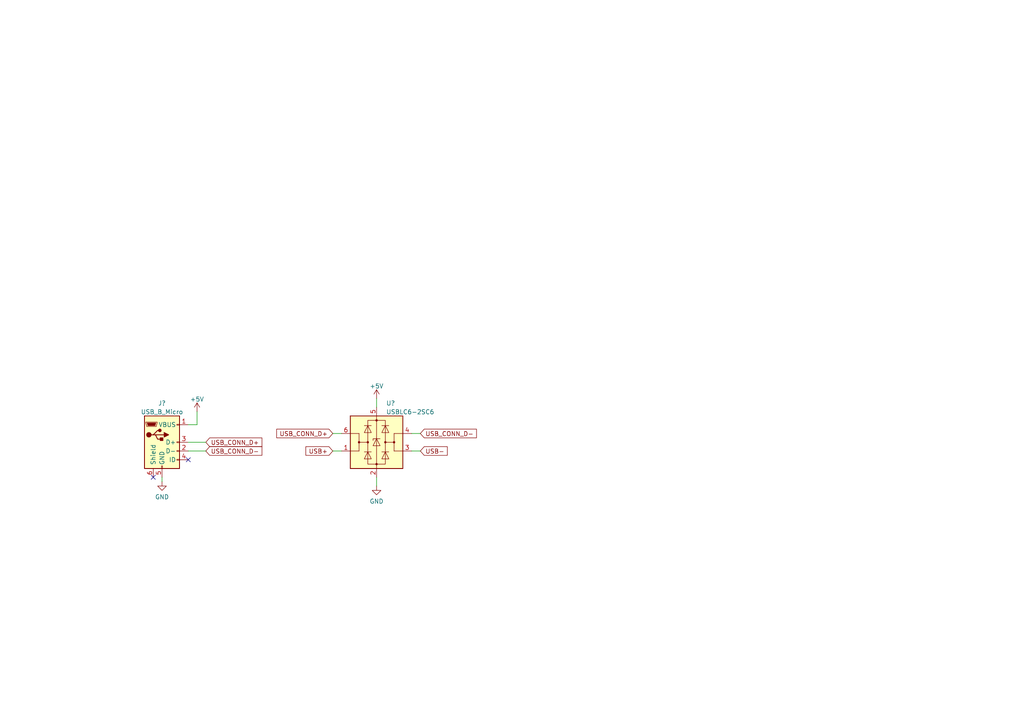
<source format=kicad_sch>
(kicad_sch (version 20211123) (generator eeschema)

  (uuid 23901905-b7f0-411c-a7e1-38337366b148)

  (paper "A4")

  (lib_symbols
    (symbol "Connector:USB_B_Micro" (pin_names (offset 1.016)) (in_bom yes) (on_board yes)
      (property "Reference" "J" (id 0) (at -5.08 11.43 0)
        (effects (font (size 1.27 1.27)) (justify left))
      )
      (property "Value" "USB_B_Micro" (id 1) (at -5.08 8.89 0)
        (effects (font (size 1.27 1.27)) (justify left))
      )
      (property "Footprint" "" (id 2) (at 3.81 -1.27 0)
        (effects (font (size 1.27 1.27)) hide)
      )
      (property "Datasheet" "~" (id 3) (at 3.81 -1.27 0)
        (effects (font (size 1.27 1.27)) hide)
      )
      (property "ki_keywords" "connector USB micro" (id 4) (at 0 0 0)
        (effects (font (size 1.27 1.27)) hide)
      )
      (property "ki_description" "USB Micro Type B connector" (id 5) (at 0 0 0)
        (effects (font (size 1.27 1.27)) hide)
      )
      (property "ki_fp_filters" "USB*" (id 6) (at 0 0 0)
        (effects (font (size 1.27 1.27)) hide)
      )
      (symbol "USB_B_Micro_0_1"
        (rectangle (start -5.08 -7.62) (end 5.08 7.62)
          (stroke (width 0.254) (type default) (color 0 0 0 0))
          (fill (type background))
        )
        (circle (center -3.81 2.159) (radius 0.635)
          (stroke (width 0.254) (type default) (color 0 0 0 0))
          (fill (type outline))
        )
        (circle (center -0.635 3.429) (radius 0.381)
          (stroke (width 0.254) (type default) (color 0 0 0 0))
          (fill (type outline))
        )
        (rectangle (start -0.127 -7.62) (end 0.127 -6.858)
          (stroke (width 0) (type default) (color 0 0 0 0))
          (fill (type none))
        )
        (polyline
          (pts
            (xy -1.905 2.159)
            (xy 0.635 2.159)
          )
          (stroke (width 0.254) (type default) (color 0 0 0 0))
          (fill (type none))
        )
        (polyline
          (pts
            (xy -3.175 2.159)
            (xy -2.54 2.159)
            (xy -1.27 3.429)
            (xy -0.635 3.429)
          )
          (stroke (width 0.254) (type default) (color 0 0 0 0))
          (fill (type none))
        )
        (polyline
          (pts
            (xy -2.54 2.159)
            (xy -1.905 2.159)
            (xy -1.27 0.889)
            (xy 0 0.889)
          )
          (stroke (width 0.254) (type default) (color 0 0 0 0))
          (fill (type none))
        )
        (polyline
          (pts
            (xy 0.635 2.794)
            (xy 0.635 1.524)
            (xy 1.905 2.159)
            (xy 0.635 2.794)
          )
          (stroke (width 0.254) (type default) (color 0 0 0 0))
          (fill (type outline))
        )
        (polyline
          (pts
            (xy -4.318 5.588)
            (xy -1.778 5.588)
            (xy -2.032 4.826)
            (xy -4.064 4.826)
            (xy -4.318 5.588)
          )
          (stroke (width 0) (type default) (color 0 0 0 0))
          (fill (type outline))
        )
        (polyline
          (pts
            (xy -4.699 5.842)
            (xy -4.699 5.588)
            (xy -4.445 4.826)
            (xy -4.445 4.572)
            (xy -1.651 4.572)
            (xy -1.651 4.826)
            (xy -1.397 5.588)
            (xy -1.397 5.842)
            (xy -4.699 5.842)
          )
          (stroke (width 0) (type default) (color 0 0 0 0))
          (fill (type none))
        )
        (rectangle (start 0.254 1.27) (end -0.508 0.508)
          (stroke (width 0.254) (type default) (color 0 0 0 0))
          (fill (type outline))
        )
        (rectangle (start 5.08 -5.207) (end 4.318 -4.953)
          (stroke (width 0) (type default) (color 0 0 0 0))
          (fill (type none))
        )
        (rectangle (start 5.08 -2.667) (end 4.318 -2.413)
          (stroke (width 0) (type default) (color 0 0 0 0))
          (fill (type none))
        )
        (rectangle (start 5.08 -0.127) (end 4.318 0.127)
          (stroke (width 0) (type default) (color 0 0 0 0))
          (fill (type none))
        )
        (rectangle (start 5.08 4.953) (end 4.318 5.207)
          (stroke (width 0) (type default) (color 0 0 0 0))
          (fill (type none))
        )
      )
      (symbol "USB_B_Micro_1_1"
        (pin power_out line (at 7.62 5.08 180) (length 2.54)
          (name "VBUS" (effects (font (size 1.27 1.27))))
          (number "1" (effects (font (size 1.27 1.27))))
        )
        (pin bidirectional line (at 7.62 -2.54 180) (length 2.54)
          (name "D-" (effects (font (size 1.27 1.27))))
          (number "2" (effects (font (size 1.27 1.27))))
        )
        (pin bidirectional line (at 7.62 0 180) (length 2.54)
          (name "D+" (effects (font (size 1.27 1.27))))
          (number "3" (effects (font (size 1.27 1.27))))
        )
        (pin passive line (at 7.62 -5.08 180) (length 2.54)
          (name "ID" (effects (font (size 1.27 1.27))))
          (number "4" (effects (font (size 1.27 1.27))))
        )
        (pin power_out line (at 0 -10.16 90) (length 2.54)
          (name "GND" (effects (font (size 1.27 1.27))))
          (number "5" (effects (font (size 1.27 1.27))))
        )
        (pin passive line (at -2.54 -10.16 90) (length 2.54)
          (name "Shield" (effects (font (size 1.27 1.27))))
          (number "6" (effects (font (size 1.27 1.27))))
        )
      )
    )
    (symbol "Power_Protection:USBLC6-2SC6" (pin_names hide) (in_bom yes) (on_board yes)
      (property "Reference" "U" (id 0) (at 2.54 8.89 0)
        (effects (font (size 1.27 1.27)) (justify left))
      )
      (property "Value" "USBLC6-2SC6" (id 1) (at 2.54 -8.89 0)
        (effects (font (size 1.27 1.27)) (justify left))
      )
      (property "Footprint" "Package_TO_SOT_SMD:SOT-23-6" (id 2) (at 0 -12.7 0)
        (effects (font (size 1.27 1.27)) hide)
      )
      (property "Datasheet" "https://www.st.com/resource/en/datasheet/usblc6-2.pdf" (id 3) (at 5.08 8.89 0)
        (effects (font (size 1.27 1.27)) hide)
      )
      (property "ki_keywords" "usb ethernet video" (id 4) (at 0 0 0)
        (effects (font (size 1.27 1.27)) hide)
      )
      (property "ki_description" "Very low capacitance ESD protection diode, 2 data-line, SOT-23-6" (id 5) (at 0 0 0)
        (effects (font (size 1.27 1.27)) hide)
      )
      (property "ki_fp_filters" "SOT?23*" (id 6) (at 0 0 0)
        (effects (font (size 1.27 1.27)) hide)
      )
      (symbol "USBLC6-2SC6_0_1"
        (rectangle (start -7.62 -7.62) (end 7.62 7.62)
          (stroke (width 0.254) (type default) (color 0 0 0 0))
          (fill (type background))
        )
        (circle (center -5.08 0) (radius 0.254)
          (stroke (width 0) (type default) (color 0 0 0 0))
          (fill (type outline))
        )
        (circle (center -2.54 0) (radius 0.254)
          (stroke (width 0) (type default) (color 0 0 0 0))
          (fill (type outline))
        )
        (rectangle (start -2.54 6.35) (end 2.54 -6.35)
          (stroke (width 0) (type default) (color 0 0 0 0))
          (fill (type none))
        )
        (circle (center 0 -6.35) (radius 0.254)
          (stroke (width 0) (type default) (color 0 0 0 0))
          (fill (type outline))
        )
        (polyline
          (pts
            (xy -5.08 -2.54)
            (xy -7.62 -2.54)
          )
          (stroke (width 0) (type default) (color 0 0 0 0))
          (fill (type none))
        )
        (polyline
          (pts
            (xy -5.08 0)
            (xy -5.08 -2.54)
          )
          (stroke (width 0) (type default) (color 0 0 0 0))
          (fill (type none))
        )
        (polyline
          (pts
            (xy -5.08 2.54)
            (xy -7.62 2.54)
          )
          (stroke (width 0) (type default) (color 0 0 0 0))
          (fill (type none))
        )
        (polyline
          (pts
            (xy -1.524 -2.794)
            (xy -3.556 -2.794)
          )
          (stroke (width 0) (type default) (color 0 0 0 0))
          (fill (type none))
        )
        (polyline
          (pts
            (xy -1.524 4.826)
            (xy -3.556 4.826)
          )
          (stroke (width 0) (type default) (color 0 0 0 0))
          (fill (type none))
        )
        (polyline
          (pts
            (xy 0 -7.62)
            (xy 0 -6.35)
          )
          (stroke (width 0) (type default) (color 0 0 0 0))
          (fill (type none))
        )
        (polyline
          (pts
            (xy 0 -6.35)
            (xy 0 1.27)
          )
          (stroke (width 0) (type default) (color 0 0 0 0))
          (fill (type none))
        )
        (polyline
          (pts
            (xy 0 1.27)
            (xy 0 6.35)
          )
          (stroke (width 0) (type default) (color 0 0 0 0))
          (fill (type none))
        )
        (polyline
          (pts
            (xy 0 6.35)
            (xy 0 7.62)
          )
          (stroke (width 0) (type default) (color 0 0 0 0))
          (fill (type none))
        )
        (polyline
          (pts
            (xy 1.524 -2.794)
            (xy 3.556 -2.794)
          )
          (stroke (width 0) (type default) (color 0 0 0 0))
          (fill (type none))
        )
        (polyline
          (pts
            (xy 1.524 4.826)
            (xy 3.556 4.826)
          )
          (stroke (width 0) (type default) (color 0 0 0 0))
          (fill (type none))
        )
        (polyline
          (pts
            (xy 5.08 -2.54)
            (xy 7.62 -2.54)
          )
          (stroke (width 0) (type default) (color 0 0 0 0))
          (fill (type none))
        )
        (polyline
          (pts
            (xy 5.08 0)
            (xy 5.08 -2.54)
          )
          (stroke (width 0) (type default) (color 0 0 0 0))
          (fill (type none))
        )
        (polyline
          (pts
            (xy 5.08 2.54)
            (xy 7.62 2.54)
          )
          (stroke (width 0) (type default) (color 0 0 0 0))
          (fill (type none))
        )
        (polyline
          (pts
            (xy -2.54 0)
            (xy -5.08 0)
            (xy -5.08 2.54)
          )
          (stroke (width 0) (type default) (color 0 0 0 0))
          (fill (type none))
        )
        (polyline
          (pts
            (xy 2.54 0)
            (xy 5.08 0)
            (xy 5.08 2.54)
          )
          (stroke (width 0) (type default) (color 0 0 0 0))
          (fill (type none))
        )
        (polyline
          (pts
            (xy -3.556 -4.826)
            (xy -1.524 -4.826)
            (xy -2.54 -2.794)
            (xy -3.556 -4.826)
          )
          (stroke (width 0) (type default) (color 0 0 0 0))
          (fill (type none))
        )
        (polyline
          (pts
            (xy -3.556 2.794)
            (xy -1.524 2.794)
            (xy -2.54 4.826)
            (xy -3.556 2.794)
          )
          (stroke (width 0) (type default) (color 0 0 0 0))
          (fill (type none))
        )
        (polyline
          (pts
            (xy -1.016 -1.016)
            (xy 1.016 -1.016)
            (xy 0 1.016)
            (xy -1.016 -1.016)
          )
          (stroke (width 0) (type default) (color 0 0 0 0))
          (fill (type none))
        )
        (polyline
          (pts
            (xy 1.016 1.016)
            (xy 0.762 1.016)
            (xy -1.016 1.016)
            (xy -1.016 0.508)
          )
          (stroke (width 0) (type default) (color 0 0 0 0))
          (fill (type none))
        )
        (polyline
          (pts
            (xy 3.556 -4.826)
            (xy 1.524 -4.826)
            (xy 2.54 -2.794)
            (xy 3.556 -4.826)
          )
          (stroke (width 0) (type default) (color 0 0 0 0))
          (fill (type none))
        )
        (polyline
          (pts
            (xy 3.556 2.794)
            (xy 1.524 2.794)
            (xy 2.54 4.826)
            (xy 3.556 2.794)
          )
          (stroke (width 0) (type default) (color 0 0 0 0))
          (fill (type none))
        )
        (circle (center 0 6.35) (radius 0.254)
          (stroke (width 0) (type default) (color 0 0 0 0))
          (fill (type outline))
        )
        (circle (center 2.54 0) (radius 0.254)
          (stroke (width 0) (type default) (color 0 0 0 0))
          (fill (type outline))
        )
        (circle (center 5.08 0) (radius 0.254)
          (stroke (width 0) (type default) (color 0 0 0 0))
          (fill (type outline))
        )
      )
      (symbol "USBLC6-2SC6_1_1"
        (pin passive line (at -10.16 -2.54 0) (length 2.54)
          (name "I/O1" (effects (font (size 1.27 1.27))))
          (number "1" (effects (font (size 1.27 1.27))))
        )
        (pin passive line (at 0 -10.16 90) (length 2.54)
          (name "GND" (effects (font (size 1.27 1.27))))
          (number "2" (effects (font (size 1.27 1.27))))
        )
        (pin passive line (at 10.16 -2.54 180) (length 2.54)
          (name "I/O2" (effects (font (size 1.27 1.27))))
          (number "3" (effects (font (size 1.27 1.27))))
        )
        (pin passive line (at 10.16 2.54 180) (length 2.54)
          (name "I/O2" (effects (font (size 1.27 1.27))))
          (number "4" (effects (font (size 1.27 1.27))))
        )
        (pin passive line (at 0 10.16 270) (length 2.54)
          (name "VBUS" (effects (font (size 1.27 1.27))))
          (number "5" (effects (font (size 1.27 1.27))))
        )
        (pin passive line (at -10.16 2.54 0) (length 2.54)
          (name "I/O1" (effects (font (size 1.27 1.27))))
          (number "6" (effects (font (size 1.27 1.27))))
        )
      )
    )
    (symbol "power:+5V" (power) (pin_names (offset 0)) (in_bom yes) (on_board yes)
      (property "Reference" "#PWR" (id 0) (at 0 -3.81 0)
        (effects (font (size 1.27 1.27)) hide)
      )
      (property "Value" "+5V" (id 1) (at 0 3.556 0)
        (effects (font (size 1.27 1.27)))
      )
      (property "Footprint" "" (id 2) (at 0 0 0)
        (effects (font (size 1.27 1.27)) hide)
      )
      (property "Datasheet" "" (id 3) (at 0 0 0)
        (effects (font (size 1.27 1.27)) hide)
      )
      (property "ki_keywords" "power-flag" (id 4) (at 0 0 0)
        (effects (font (size 1.27 1.27)) hide)
      )
      (property "ki_description" "Power symbol creates a global label with name \"+5V\"" (id 5) (at 0 0 0)
        (effects (font (size 1.27 1.27)) hide)
      )
      (symbol "+5V_0_1"
        (polyline
          (pts
            (xy -0.762 1.27)
            (xy 0 2.54)
          )
          (stroke (width 0) (type default) (color 0 0 0 0))
          (fill (type none))
        )
        (polyline
          (pts
            (xy 0 0)
            (xy 0 2.54)
          )
          (stroke (width 0) (type default) (color 0 0 0 0))
          (fill (type none))
        )
        (polyline
          (pts
            (xy 0 2.54)
            (xy 0.762 1.27)
          )
          (stroke (width 0) (type default) (color 0 0 0 0))
          (fill (type none))
        )
      )
      (symbol "+5V_1_1"
        (pin power_in line (at 0 0 90) (length 0) hide
          (name "+5V" (effects (font (size 1.27 1.27))))
          (number "1" (effects (font (size 1.27 1.27))))
        )
      )
    )
    (symbol "power:GND" (power) (pin_names (offset 0)) (in_bom yes) (on_board yes)
      (property "Reference" "#PWR" (id 0) (at 0 -6.35 0)
        (effects (font (size 1.27 1.27)) hide)
      )
      (property "Value" "GND" (id 1) (at 0 -3.81 0)
        (effects (font (size 1.27 1.27)))
      )
      (property "Footprint" "" (id 2) (at 0 0 0)
        (effects (font (size 1.27 1.27)) hide)
      )
      (property "Datasheet" "" (id 3) (at 0 0 0)
        (effects (font (size 1.27 1.27)) hide)
      )
      (property "ki_keywords" "power-flag" (id 4) (at 0 0 0)
        (effects (font (size 1.27 1.27)) hide)
      )
      (property "ki_description" "Power symbol creates a global label with name \"GND\" , ground" (id 5) (at 0 0 0)
        (effects (font (size 1.27 1.27)) hide)
      )
      (symbol "GND_0_1"
        (polyline
          (pts
            (xy 0 0)
            (xy 0 -1.27)
            (xy 1.27 -1.27)
            (xy 0 -2.54)
            (xy -1.27 -1.27)
            (xy 0 -1.27)
          )
          (stroke (width 0) (type default) (color 0 0 0 0))
          (fill (type none))
        )
      )
      (symbol "GND_1_1"
        (pin power_in line (at 0 0 270) (length 0) hide
          (name "GND" (effects (font (size 1.27 1.27))))
          (number "1" (effects (font (size 1.27 1.27))))
        )
      )
    )
  )


  (no_connect (at 44.45 138.43) (uuid 14626879-a592-443c-92be-83076cb2ea6c))
  (no_connect (at 54.61 133.35) (uuid dd69febe-1d0b-47fa-a84b-7ab6f5a50d1f))

  (wire (pts (xy 57.15 123.19) (xy 57.15 119.38))
    (stroke (width 0) (type default) (color 0 0 0 0))
    (uuid 140e79b6-68b2-44da-a45b-46195563f025)
  )
  (wire (pts (xy 109.22 140.97) (xy 109.22 138.43))
    (stroke (width 0) (type default) (color 0 0 0 0))
    (uuid 32b2c430-ad8e-4a0f-9000-ca38fdea8ae1)
  )
  (wire (pts (xy 54.61 123.19) (xy 57.15 123.19))
    (stroke (width 0) (type default) (color 0 0 0 0))
    (uuid 4e6454f6-0269-44e1-b0ee-1e12452c7a07)
  )
  (wire (pts (xy 46.99 139.7) (xy 46.99 138.43))
    (stroke (width 0) (type default) (color 0 0 0 0))
    (uuid 6c440825-018f-4f3d-b51f-43c9d045997a)
  )
  (wire (pts (xy 121.92 125.73) (xy 119.38 125.73))
    (stroke (width 0) (type default) (color 0 0 0 0))
    (uuid 6ca21e36-5188-4284-8dd4-017927d6c2c9)
  )
  (wire (pts (xy 59.69 128.27) (xy 54.61 128.27))
    (stroke (width 0) (type default) (color 0 0 0 0))
    (uuid a197c04d-7528-4aed-b8a2-19516462af1d)
  )
  (wire (pts (xy 109.22 115.57) (xy 109.22 118.11))
    (stroke (width 0) (type default) (color 0 0 0 0))
    (uuid abc4b890-17de-4b37-ba5d-04f469d13597)
  )
  (wire (pts (xy 96.52 125.73) (xy 99.06 125.73))
    (stroke (width 0) (type default) (color 0 0 0 0))
    (uuid b4abe265-3df1-4a2b-a7c1-28a3d35bf560)
  )
  (wire (pts (xy 121.92 130.81) (xy 119.38 130.81))
    (stroke (width 0) (type default) (color 0 0 0 0))
    (uuid ef97a8a4-11d9-4634-807b-0cd250280c86)
  )
  (wire (pts (xy 96.52 130.81) (xy 99.06 130.81))
    (stroke (width 0) (type default) (color 0 0 0 0))
    (uuid f16b5cc7-6e21-45a8-a80c-b5143bdfdc48)
  )
  (wire (pts (xy 59.69 130.81) (xy 54.61 130.81))
    (stroke (width 0) (type default) (color 0 0 0 0))
    (uuid fa344b15-b7af-495c-85ae-445dbdec5af6)
  )

  (global_label "USB+" (shape input) (at 96.52 130.81 180) (fields_autoplaced)
    (effects (font (size 1.27 1.27)) (justify right))
    (uuid 0771de98-24a3-4087-b81b-3aafbeb581df)
    (property "Intersheet References" "${INTERSHEET_REFS}" (id 0) (at 88.7245 130.7306 0)
      (effects (font (size 1.27 1.27)) (justify right) hide)
    )
  )
  (global_label "USB_CONN_D-" (shape input) (at 121.92 125.73 0) (fields_autoplaced)
    (effects (font (size 1.27 1.27)) (justify left))
    (uuid 2a211e39-c22e-4b5b-a5bc-4535be83b0de)
    (property "Intersheet References" "${INTERSHEET_REFS}" (id 0) (at 138.1821 125.6506 0)
      (effects (font (size 1.27 1.27)) (justify left) hide)
    )
  )
  (global_label "USB_CONN_D+" (shape input) (at 96.52 125.73 180) (fields_autoplaced)
    (effects (font (size 1.27 1.27)) (justify right))
    (uuid 3e572f31-7879-4e03-a108-36332a08c131)
    (property "Intersheet References" "${INTERSHEET_REFS}" (id 0) (at 80.2579 125.8094 0)
      (effects (font (size 1.27 1.27)) (justify right) hide)
    )
  )
  (global_label "USB_CONN_D-" (shape input) (at 59.69 130.81 0) (fields_autoplaced)
    (effects (font (size 1.27 1.27)) (justify left))
    (uuid aa55df05-6ae7-488b-9671-d1a9c3204f78)
    (property "Intersheet References" "${INTERSHEET_REFS}" (id 0) (at 75.9521 130.7306 0)
      (effects (font (size 1.27 1.27)) (justify left) hide)
    )
  )
  (global_label "USB_CONN_D+" (shape input) (at 59.69 128.27 0) (fields_autoplaced)
    (effects (font (size 1.27 1.27)) (justify left))
    (uuid b07bd8db-f89f-47c7-a408-79d0b9ededd4)
    (property "Intersheet References" "${INTERSHEET_REFS}" (id 0) (at 75.9521 128.1906 0)
      (effects (font (size 1.27 1.27)) (justify left) hide)
    )
  )
  (global_label "USB-" (shape input) (at 121.92 130.81 0) (fields_autoplaced)
    (effects (font (size 1.27 1.27)) (justify left))
    (uuid e959a7cf-15e9-43ce-be64-7a6cad382eb7)
    (property "Intersheet References" "${INTERSHEET_REFS}" (id 0) (at 129.7155 130.7306 0)
      (effects (font (size 1.27 1.27)) (justify left) hide)
    )
  )

  (symbol (lib_id "power:+5V") (at 109.22 115.57 0) (unit 1)
    (in_bom yes) (on_board yes) (fields_autoplaced)
    (uuid 15d62cba-1c9c-4130-85ae-45ab88c2db85)
    (property "Reference" "#PWR?" (id 0) (at 109.22 119.38 0)
      (effects (font (size 1.27 1.27)) hide)
    )
    (property "Value" "+5V" (id 1) (at 109.22 111.9942 0))
    (property "Footprint" "" (id 2) (at 109.22 115.57 0)
      (effects (font (size 1.27 1.27)) hide)
    )
    (property "Datasheet" "" (id 3) (at 109.22 115.57 0)
      (effects (font (size 1.27 1.27)) hide)
    )
    (pin "1" (uuid b939453b-387f-443f-a020-d8f968ee1227))
  )

  (symbol (lib_id "Power_Protection:USBLC6-2SC6") (at 109.22 128.27 0) (unit 1)
    (in_bom yes) (on_board yes) (fields_autoplaced)
    (uuid 33ea7f72-8d3e-4e3a-919a-48e6a425a45c)
    (property "Reference" "U?" (id 0) (at 111.9887 116.9502 0)
      (effects (font (size 1.27 1.27)) (justify left))
    )
    (property "Value" "USBLC6-2SC6" (id 1) (at 111.9887 119.4871 0)
      (effects (font (size 1.27 1.27)) (justify left))
    )
    (property "Footprint" "Package_TO_SOT_SMD:SOT-23-6" (id 2) (at 109.22 140.97 0)
      (effects (font (size 1.27 1.27)) hide)
    )
    (property "Datasheet" "https://www.st.com/resource/en/datasheet/usblc6-2.pdf" (id 3) (at 114.3 119.38 0)
      (effects (font (size 1.27 1.27)) hide)
    )
    (pin "1" (uuid d5a86567-e712-4eae-b0f5-e403e31deead))
    (pin "2" (uuid a40f3627-b14b-455b-81a5-cbcd7180a177))
    (pin "3" (uuid 14f58142-eff0-4ac3-8f60-af5079653a61))
    (pin "4" (uuid f41f1ad6-98fc-41a8-8a1b-981d7d840d7f))
    (pin "5" (uuid 6c31e7f5-04ad-4b20-b1a1-c5e2ca7c3022))
    (pin "6" (uuid efdbdab3-9c87-4be3-b109-69ef93892fac))
  )

  (symbol (lib_id "power:GND") (at 109.22 140.97 0) (unit 1)
    (in_bom yes) (on_board yes) (fields_autoplaced)
    (uuid 376d7158-2d3f-4d84-a569-067e8bf210df)
    (property "Reference" "#PWR?" (id 0) (at 109.22 147.32 0)
      (effects (font (size 1.27 1.27)) hide)
    )
    (property "Value" "GND" (id 1) (at 109.22 145.4134 0))
    (property "Footprint" "" (id 2) (at 109.22 140.97 0)
      (effects (font (size 1.27 1.27)) hide)
    )
    (property "Datasheet" "" (id 3) (at 109.22 140.97 0)
      (effects (font (size 1.27 1.27)) hide)
    )
    (pin "1" (uuid b04fb5c5-c515-4096-9422-52c68504c3e7))
  )

  (symbol (lib_id "power:+5V") (at 57.15 119.38 0) (unit 1)
    (in_bom yes) (on_board yes) (fields_autoplaced)
    (uuid 8ee61d0c-7151-47cb-9687-704e45d7bafc)
    (property "Reference" "#PWR?" (id 0) (at 57.15 123.19 0)
      (effects (font (size 1.27 1.27)) hide)
    )
    (property "Value" "+5V" (id 1) (at 57.15 115.8042 0))
    (property "Footprint" "" (id 2) (at 57.15 119.38 0)
      (effects (font (size 1.27 1.27)) hide)
    )
    (property "Datasheet" "" (id 3) (at 57.15 119.38 0)
      (effects (font (size 1.27 1.27)) hide)
    )
    (pin "1" (uuid 917460fa-e7e9-4059-b7a9-552fa3f81d54))
  )

  (symbol (lib_id "power:GND") (at 46.99 139.7 0) (unit 1)
    (in_bom yes) (on_board yes) (fields_autoplaced)
    (uuid 93696d09-6602-40f5-b39b-1087e979ff10)
    (property "Reference" "#PWR?" (id 0) (at 46.99 146.05 0)
      (effects (font (size 1.27 1.27)) hide)
    )
    (property "Value" "GND" (id 1) (at 46.99 144.1434 0))
    (property "Footprint" "" (id 2) (at 46.99 139.7 0)
      (effects (font (size 1.27 1.27)) hide)
    )
    (property "Datasheet" "" (id 3) (at 46.99 139.7 0)
      (effects (font (size 1.27 1.27)) hide)
    )
    (pin "1" (uuid 9ef78fe7-3157-494b-ba8e-43cc8c695899))
  )

  (symbol (lib_id "Connector:USB_B_Micro") (at 46.99 128.27 0) (unit 1)
    (in_bom yes) (on_board yes) (fields_autoplaced)
    (uuid fde43a77-b087-40c9-863f-9197b7567505)
    (property "Reference" "J?" (id 0) (at 46.99 116.9502 0))
    (property "Value" "USB_B_Micro" (id 1) (at 46.99 119.4871 0))
    (property "Footprint" "" (id 2) (at 50.8 129.54 0)
      (effects (font (size 1.27 1.27)) hide)
    )
    (property "Datasheet" "~" (id 3) (at 50.8 129.54 0)
      (effects (font (size 1.27 1.27)) hide)
    )
    (pin "1" (uuid b2bcae5c-5b4d-4f24-9e5e-0e6859746484))
    (pin "2" (uuid 13d7b886-bfc0-462f-8a65-73438d9e4f00))
    (pin "3" (uuid 929f0ca9-44e4-4505-a9d2-10659a433019))
    (pin "4" (uuid eb81d917-333e-45fa-a02e-067f32279541))
    (pin "5" (uuid 54926849-07b7-493b-a988-927d5dadc214))
    (pin "6" (uuid eb605560-49c5-435f-99d5-8c6d9478265e))
  )
)

</source>
